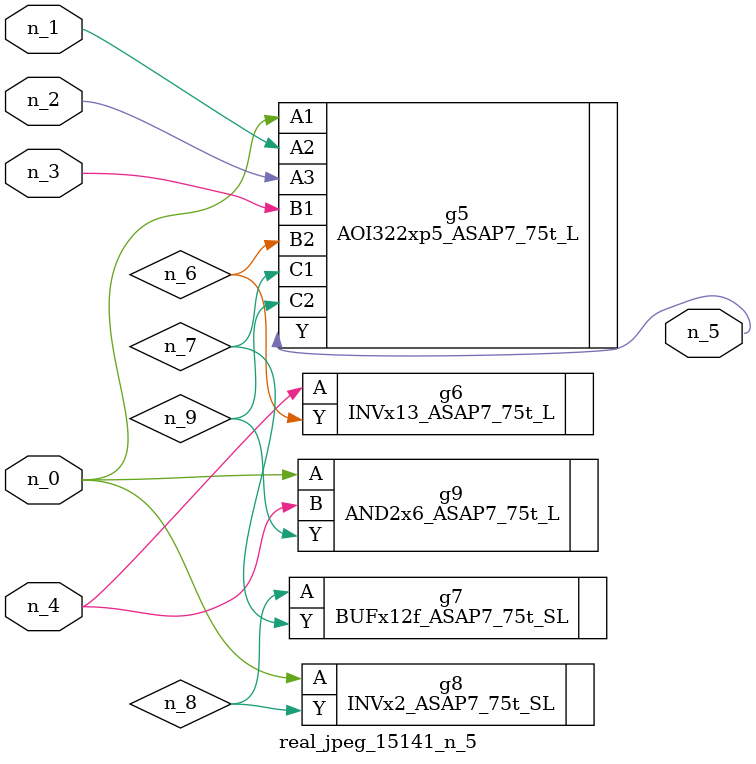
<source format=v>
module real_jpeg_15141_n_5 (n_4, n_0, n_1, n_2, n_3, n_5);

input n_4;
input n_0;
input n_1;
input n_2;
input n_3;

output n_5;

wire n_8;
wire n_6;
wire n_7;
wire n_9;

AOI322xp5_ASAP7_75t_L g5 ( 
.A1(n_0),
.A2(n_1),
.A3(n_2),
.B1(n_3),
.B2(n_6),
.C1(n_7),
.C2(n_9),
.Y(n_5)
);

INVx2_ASAP7_75t_SL g8 ( 
.A(n_0),
.Y(n_8)
);

AND2x6_ASAP7_75t_L g9 ( 
.A(n_0),
.B(n_4),
.Y(n_9)
);

INVx13_ASAP7_75t_L g6 ( 
.A(n_4),
.Y(n_6)
);

BUFx12f_ASAP7_75t_SL g7 ( 
.A(n_8),
.Y(n_7)
);


endmodule
</source>
